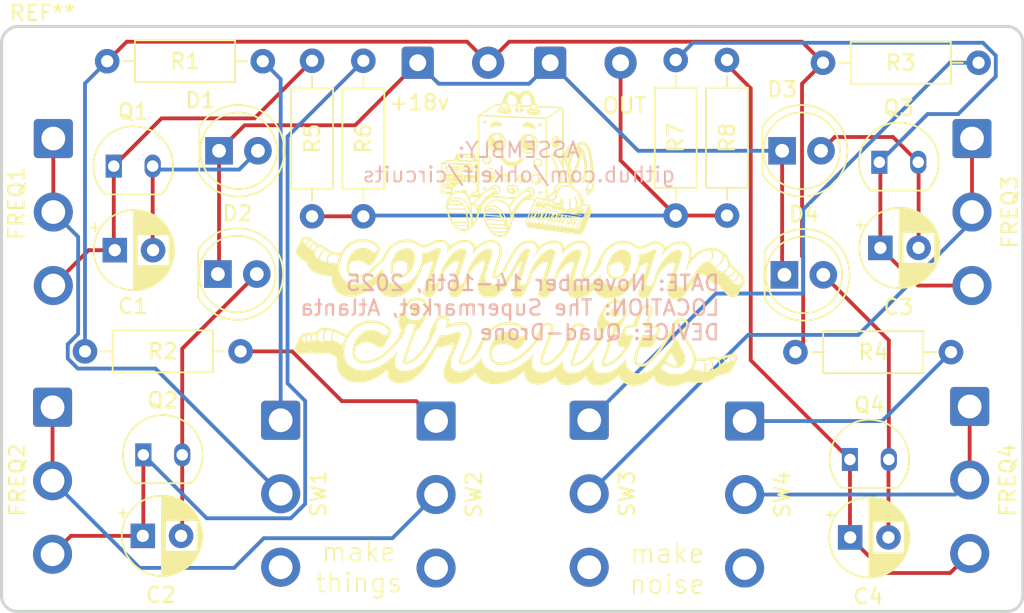
<source format=kicad_pcb>
(kicad_pcb (version 20211014) (generator pcbnew)
  (layers (0 "F.Cu" signal) (31 "B.Cu" signal) (34 "B.Paste" user) (35 "F.Paste" user) (36 "B.SilkS" user "B.Silkscreen") (37 "F.SilkS" user "F.Silkscreen") (38 "B.Mask" user) (39 "F.Mask" user) (44 "Edge.Cuts" user))
  (net 0 "")
  (net 1 "Net-(C1-Pad2)")
  (net 2 "Net-(C1-Pad1)")
  (net 3 "Net-(C2-Pad2)")
  (net 4 "Net-(C2-Pad1)")
  (net 5 "Net-(C3-Pad2)")
  (net 6 "Net-(C3-Pad1)")
  (net 7 "Net-(C4-Pad2)")
  (net 8 "Net-(C4-Pad1)")
  (net 9 "Net-(FREQ1-Pad1)")
  (net 10 "Net-(FREQ2-Pad1)")
  (net 11 "Net-(FREQ3-Pad1)")
  (net 12 "Net-(FREQ4-Pad1)")
  (net 13 "Net-(R1-Pad2)")
  (net 14 "Net-(R2-Pad2)")
  (net 15 "Net-(R3-Pad2)")
  (net 16 "Net-(R4-Pad2)")
  (net 17 "Net-(J1-PadT)")
  (net 18 "GND")
  (net 19 "+9V")
  (footprint "Connector_Wire:SolderWire-0.75sqmm_1x03_P4.8mm_D1.25mm_OD2.3mm" (layer "F.Cu") (at 155.3 57.45 -90)
    (fp_text reference "FREQ1" (at 4.25 2.4 -90) (layer "F.SilkS"))
    (fp_text value "10k" hide)
    (pad "1" thru_hole roundrect (at 0 0 270) (size 2.55 2.55) (drill 1.55) (layers *.Cu *.Mask) (roundrect_rratio 0.09803882353) (net 9 "Net-(FREQ1-Pad1)"))
    (pad "2" thru_hole circle (at 4.8 0 270) (size 2.55 2.55) (drill 1.55) (layers *.Cu *.Mask) (net 9 "Net-(FREQ1-Pad1)"))
    (pad "3" thru_hole circle (at 9.6 0 270) (size 2.55 2.55) (drill 1.55) (layers *.Cu *.Mask) (net 2 "Net-(C1-Pad1)"))
  )
  (footprint "Connector_Wire:SolderWire-0.5sqmm_1x02_P4.6mm_D0.9mm_OD2.1mm" (layer "F.Cu") (at 179.1 52.5)
    (fp_text reference "+18v" (at 0.1 2.6) (layer "F.SilkS"))
    (fp_text value "DC IN" hide)
    (pad "1" thru_hole roundrect (at 0 0) (size 2.1 2.1) (drill 1.1) (layers *.Cu *.Mask) (roundrect_rratio 0.1190480952) (net 18 "GND"))
    (pad "2" thru_hole circle (at 4.6 0) (size 2.1 2.1) (drill 1.1) (layers *.Cu *.Mask) (net 19 "+9V"))
  )
  (footprint "Connector_Wire:SolderWire-0.75sqmm_1x03_P4.8mm_D1.25mm_OD2.3mm" (layer "F.Cu") (at 215.3 57.45 -90)
    (fp_text reference "FREQ3" (at 4.8 -2.47 90) (layer "F.SilkS"))
    (fp_text value "10k" hide)
    (pad "1" thru_hole roundrect (at 0 0 270) (size 2.55 2.55) (drill 1.55) (layers *.Cu *.Mask) (roundrect_rratio 0.09803882353) (net 11 "Net-(FREQ3-Pad1)"))
    (pad "2" thru_hole circle (at 4.8 0 270) (size 2.55 2.55) (drill 1.55) (layers *.Cu *.Mask) (net 11 "Net-(FREQ3-Pad1)"))
    (pad "3" thru_hole circle (at 9.6 0 270) (size 2.55 2.55) (drill 1.55) (layers *.Cu *.Mask) (net 6 "Net-(C3-Pad1)"))
  )
  (footprint "Connector_Wire:SolderWire-0.75sqmm_1x03_P4.8mm_D1.25mm_OD2.3mm" (layer "F.Cu") (at 190.3 75.85 -90)
    (fp_text reference "SW3" (at 4.8 -2.47 90) (layer "F.SilkS"))
    (fp_text value "ON/OFF" hide)
    (pad "1" thru_hole roundrect (at 0 0 270) (size 2.55 2.55) (drill 1.55) (layers *.Cu *.Mask) (roundrect_rratio 0.09803882353) (net 15 "Net-(R3-Pad2)"))
    (pad "2" thru_hole circle (at 4.8 0 270) (size 2.55 2.55) (drill 1.55) (layers *.Cu *.Mask) (net 11 "Net-(FREQ3-Pad1)"))
    (pad "3" thru_hole circle (at 9.6 0 270) (size 2.55 2.55) (drill 1.55) (layers *.Cu *.Mask))
  )
  (footprint "Capacitor_THT:CP_Radial_D5.0mm_P2.50mm" (layer "F.Cu") (at 209.314888 64.59)
    (fp_text reference "C3" (at 1.185112 3.86) (layer "F.SilkS"))
    (fp_text value "4.7uf" hide)
    (pad "1" thru_hole rect (at 0 0) (size 1.6 1.6) (drill 0.8) (layers *.Cu *.Mask) (net 6 "Net-(C3-Pad1)"))
    (pad "2" thru_hole circle (at 2.5 0) (size 1.6 1.6) (drill 0.8) (layers *.Cu *.Mask) (net 5 "Net-(C3-Pad2)"))
  )
  (footprint "Resistor_THT:R_Axial_DIN0207_L6.3mm_D2.5mm_P10.16mm_Horizontal" (layer "F.Cu") (at 205.57 52.5)
    (fp_text reference "R3" (at 5.08 0) (layer "F.SilkS"))
    (fp_text value "1K" hide)
    (pad "1" thru_hole circle (at 0 0) (size 1.6 1.6) (drill 0.8) (layers *.Cu *.Mask) (net 19 "+9V"))
    (pad "2" thru_hole oval (at 10.16 0) (size 1.6 1.6) (drill 0.8) (layers *.Cu *.Mask) (net 15 "Net-(R3-Pad2)"))
  )
  (footprint "Capacitor_THT:CP_Radial_D5.0mm_P2.50mm" (layer "F.Cu") (at 159.314888 64.74)
    (fp_text reference "C1" (at 1.185112 3.66) (layer "F.SilkS"))
    (fp_text value "10uf" hide)
    (pad "1" thru_hole rect (at 0 0) (size 1.6 1.6) (drill 0.8) (layers *.Cu *.Mask) (net 2 "Net-(C1-Pad1)"))
    (pad "2" thru_hole circle (at 2.5 0) (size 1.6 1.6) (drill 0.8) (layers *.Cu *.Mask) (net 1 "Net-(C1-Pad2)"))
  )
  (footprint "Connector_Wire:SolderWire-0.75sqmm_1x03_P4.8mm_D1.25mm_OD2.3mm" (layer "F.Cu") (at 180.3 75.9 -90)
    (fp_text reference "SW2" (at 4.8 -2.47 90) (layer "F.SilkS"))
    (fp_text value "ON/OFF" hide)
    (pad "1" thru_hole roundrect (at 0 0 270) (size 2.55 2.55) (drill 1.55) (layers *.Cu *.Mask) (roundrect_rratio 0.09803882353) (net 14 "Net-(R2-Pad2)"))
    (pad "2" thru_hole circle (at 4.8 0 270) (size 2.55 2.55) (drill 1.55) (layers *.Cu *.Mask) (net 10 "Net-(FREQ2-Pad1)"))
    (pad "3" thru_hole circle (at 9.6 0 270) (size 2.55 2.55) (drill 1.55) (layers *.Cu *.Mask))
  )
  (footprint "Resistor_THT:R_Axial_DIN0207_L6.3mm_D2.5mm_P10.16mm_Horizontal" (layer "F.Cu") (at 158.82 52.4)
    (fp_text reference "R1" (at 5.08 0) (layer "F.SilkS"))
    (fp_text value "1K" hide)
    (pad "1" thru_hole circle (at 0 0) (size 1.6 1.6) (drill 0.8) (layers *.Cu *.Mask) (net 19 "+9V"))
    (pad "2" thru_hole oval (at 10.16 0) (size 1.6 1.6) (drill 0.8) (layers *.Cu *.Mask) (net 13 "Net-(R1-Pad2)"))
  )
  (footprint "MountingHole:MountingHole_2.5mm" (layer "F.Cu") (at 154.6 52.75)
    (fp_text reference "REF**" (at 0 -3.5) (layer "F.SilkS"))
    (fp_text value "MountingHole_2.5mm" hide)
    (pad "" np_thru_hole circle (at 0 0) (size 2.5 2.5) (drill 2.5) (layers *.Cu *.Mask))
  )
  (footprint "Connector_Wire:SolderWire-0.75sqmm_1x03_P4.8mm_D1.25mm_OD2.3mm" (layer "F.Cu") (at 170.15 75.85 -90)
    (fp_text reference "SW1" (at 4.8 -2.47 90) (layer "F.SilkS"))
    (fp_text value "ON/OFF" hide)
    (pad "1" thru_hole roundrect (at 0 0 270) (size 2.55 2.55) (drill 1.55) (layers *.Cu *.Mask) (roundrect_rratio 0.09803882353) (net 13 "Net-(R1-Pad2)"))
    (pad "2" thru_hole circle (at 4.8 0 270) (size 2.55 2.55) (drill 1.55) (layers *.Cu *.Mask) (net 9 "Net-(FREQ1-Pad1)"))
    (pad "3" thru_hole circle (at 9.6 0 270) (size 2.55 2.55) (drill 1.55) (layers *.Cu *.Mask))
  )
  (footprint "a_images:cc_logo_32mm" (layer "F.Cu") (at 185.75 68.75)
    (fp_text reference "G***" hide)
    (fp_text value "LOGO" hide)
  )
  (footprint "Connector_Wire:SolderWire-0.75sqmm_1x03_P4.8mm_D1.25mm_OD2.3mm" (layer "F.Cu") (at 200.45 75.9 -90)
    (fp_text reference "SW4" (at 4.8 -2.47 90) (layer "F.SilkS"))
    (fp_text value "ON/OFF" hide)
    (pad "1" thru_hole roundrect (at 0 0 270) (size 2.55 2.55) (drill 1.55) (layers *.Cu *.Mask) (roundrect_rratio 0.09803882353) (net 16 "Net-(R4-Pad2)"))
    (pad "2" thru_hole circle (at 4.8 0 270) (size 2.55 2.55) (drill 1.55) (layers *.Cu *.Mask) (net 12 "Net-(FREQ4-Pad1)"))
    (pad "3" thru_hole circle (at 9.6 0 270) (size 2.55 2.55) (drill 1.55) (layers *.Cu *.Mask))
  )
  (footprint "Resistor_THT:R_Axial_DIN0207_L6.3mm_D2.5mm_P10.16mm_Horizontal" (layer "F.Cu") (at 157.37 71.35)
    (fp_text reference "R2" (at 5.08 0) (layer "F.SilkS"))
    (fp_text value "1K" hide)
    (pad "1" thru_hole circle (at 0 0) (size 1.6 1.6) (drill 0.8) (layers *.Cu *.Mask) (net 19 "+9V"))
    (pad "2" thru_hole oval (at 10.16 0) (size 1.6 1.6) (drill 0.8) (layers *.Cu *.Mask) (net 14 "Net-(R2-Pad2)"))
  )
  (footprint "Resistor_THT:R_Axial_DIN0207_L6.3mm_D2.5mm_P10.16mm_Horizontal" (layer "F.Cu") (at 172.2 52.37 -90)
    (fp_text reference "R5" (at 5.08 0 -270) (layer "F.SilkS"))
    (fp_text value "100K" hide)
    (pad "1" thru_hole circle (at 0 0 270) (size 1.6 1.6) (drill 0.8) (layers *.Cu *.Mask) (net 2 "Net-(C1-Pad1)"))
    (pad "2" thru_hole oval (at 10.16 0 270) (size 1.6 1.6) (drill 0.8) (layers *.Cu *.Mask) (net 17 "Net-(J1-PadT)"))
  )
  (footprint "Connector_Wire:SolderWire-0.75sqmm_1x03_P4.8mm_D1.25mm_OD2.3mm" (layer "F.Cu") (at 215.15 74.95 -90)
    (fp_text reference "FREQ4" (at 4.8 -2.47 90) (layer "F.SilkS"))
    (fp_text value "10k" hide)
    (pad "1" thru_hole roundrect (at 0 0 270) (size 2.55 2.55) (drill 1.55) (layers *.Cu *.Mask) (roundrect_rratio 0.09803882353) (net 12 "Net-(FREQ4-Pad1)"))
    (pad "2" thru_hole circle (at 4.8 0 270) (size 2.55 2.55) (drill 1.55) (layers *.Cu *.Mask) (net 12 "Net-(FREQ4-Pad1)"))
    (pad "3" thru_hole circle (at 9.6 0 270) (size 2.55 2.55) (drill 1.55) (layers *.Cu *.Mask) (net 8 "Net-(C4-Pad1)"))
  )
  (footprint "a_images:TO-92-2-modified" (layer "F.Cu") (at 159.25 59.25)
    (fp_text reference "Q1" (at 1.27 -3.56) (layer "F.SilkS"))
    (fp_text value "2N3904" hide)
    (pad "1" thru_hole rect (at 0 0) (size 1.05 1.5) (drill 0.75) (layers *.Cu *.Mask) (net 2 "Net-(C1-Pad1)"))
    (pad "3" thru_hole oval (at 2.54 0) (size 1.05 1.5) (drill 0.75) (layers *.Cu *.Mask) (net 1 "Net-(C1-Pad2)"))
  )
  (footprint "Capacitor_THT:CP_Radial_D5.0mm_P2.50mm" (layer "F.Cu") (at 161.144888 83.4)
    (fp_text reference "C2" (at 1.185112 3.86) (layer "F.SilkS"))
    (fp_text value "10uf" hide)
    (pad "1" thru_hole rect (at 0 0) (size 1.6 1.6) (drill 0.8) (layers *.Cu *.Mask) (net 4 "Net-(C2-Pad1)"))
    (pad "2" thru_hole circle (at 2.5 0) (size 1.6 1.6) (drill 0.8) (layers *.Cu *.Mask) (net 3 "Net-(C2-Pad2)"))
  )
  (footprint "Connector_Wire:SolderWire-0.5sqmm_1x02_P4.6mm_D0.9mm_OD2.1mm" (layer "F.Cu") (at 187.75 52.5)
    (fp_text reference "OUT" (at 4.85 2.8) (layer "F.SilkS"))
    (fp_text value "OUT" hide)
    (pad "1" thru_hole roundrect (at 0 0) (size 2.1 2.1) (drill 1.1) (layers *.Cu *.Mask) (roundrect_rratio 0.1190480952) (net 18 "GND"))
    (pad "T" thru_hole circle (at 4.6 0) (size 2.1 2.1) (drill 1.1) (layers *.Cu *.Mask) (net 17 "Net-(J1-PadT)"))
  )
  (footprint "LED_THT:LED_D5.0mm" (layer "F.Cu") (at 166.05 66.3)
    (fp_text reference "D2" (at 1.27 -3.96) (layer "F.SilkS"))
    (fp_text value "LED" hide)
    (pad "1" thru_hole rect (at 0 0) (size 1.8 1.8) (drill 0.9) (layers *.Cu *.Mask) (net 18 "GND"))
    (pad "2" thru_hole circle (at 2.54 0) (size 1.8 1.8) (drill 0.9) (layers *.Cu *.Mask) (net 3 "Net-(C2-Pad2)"))
  )
  (footprint "Resistor_THT:R_Axial_DIN0207_L6.3mm_D2.5mm_P10.16mm_Horizontal" (layer "F.Cu") (at 195.95 52.32 -90)
    (fp_text reference "R7" (at 5.08 0 -270) (layer "F.SilkS"))
    (fp_text value "100K" hide)
    (pad "1" thru_hole circle (at 0 0 270) (size 1.6 1.6) (drill 0.8) (layers *.Cu *.Mask) (net 6 "Net-(C3-Pad1)"))
    (pad "2" thru_hole oval (at 10.16 0 270) (size 1.6 1.6) (drill 0.8) (layers *.Cu *.Mask) (net 17 "Net-(J1-PadT)"))
  )
  (footprint "Resistor_THT:R_Axial_DIN0207_L6.3mm_D2.5mm_P10.16mm_Horizontal" (layer "F.Cu") (at 175.55 52.37 -90)
    (fp_text reference "R6" (at 5.08 0 -270) (layer "F.SilkS"))
    (fp_text value "100K" hide)
    (pad "1" thru_hole circle (at 0 0 270) (size 1.6 1.6) (drill 0.8) (layers *.Cu *.Mask) (net 4 "Net-(C2-Pad1)"))
    (pad "2" thru_hole oval (at 10.16 0 270) (size 1.6 1.6) (drill 0.8) (layers *.Cu *.Mask) (net 17 "Net-(J1-PadT)"))
  )
  (footprint "a_images:TO-92-2-modified" (layer "F.Cu") (at 207.33 78.41)
    (fp_text reference "Q4" (at 1.27 -3.56) (layer "F.SilkS"))
    (fp_text value "2N3904" hide)
    (pad "1" thru_hole rect (at 0 0) (size 1.05 1.5) (drill 0.75) (layers *.Cu *.Mask) (net 8 "Net-(C4-Pad1)"))
    (pad "3" thru_hole oval (at 2.54 0) (size 1.05 1.5) (drill 0.75) (layers *.Cu *.Mask) (net 7 "Net-(C4-Pad2)"))
  )
  (footprint "Resistor_THT:R_Axial_DIN0207_L6.3mm_D2.5mm_P10.16mm_Horizontal" (layer "F.Cu") (at 203.77 71.4)
    (fp_text reference "R4" (at 5.08 0) (layer "F.SilkS"))
    (fp_text value "1K" hide)
    (pad "1" thru_hole circle (at 0 0) (size 1.6 1.6) (drill 0.8) (layers *.Cu *.Mask) (net 19 "+9V"))
    (pad "2" thru_hole oval (at 10.16 0) (size 1.6 1.6) (drill 0.8) (layers *.Cu *.Mask) (net 16 "Net-(R4-Pad2)"))
  )
  (footprint "LED_THT:LED_D5.0mm" (layer "F.Cu") (at 166.125 58.25)
    (fp_text reference "D1" (at -1.225 -3.3) (layer "F.SilkS"))
    (fp_text value "LED" hide)
    (pad "1" thru_hole rect (at 0 0) (size 1.8 1.8) (drill 0.9) (layers *.Cu *.Mask) (net 18 "GND"))
    (pad "2" thru_hole circle (at 2.54 0) (size 1.8 1.8) (drill 0.9) (layers *.Cu *.Mask) (net 1 "Net-(C1-Pad2)"))
  )
  (footprint "a_images:TO-92-2-modified" (layer "F.Cu") (at 161.18 78.11)
    (fp_text reference "Q2" (at 1.27 -3.56) (layer "F.SilkS"))
    (fp_text value "2N3904" hide)
    (pad "1" thru_hole rect (at 0 0) (size 1.05 1.5) (drill 0.75) (layers *.Cu *.Mask) (net 4 "Net-(C2-Pad1)"))
    (pad "3" thru_hole oval (at 2.54 0) (size 1.05 1.5) (drill 0.75) (layers *.Cu *.Mask) (net 3 "Net-(C2-Pad2)"))
  )
  (footprint "Resistor_THT:R_Axial_DIN0207_L6.3mm_D2.5mm_P10.16mm_Horizontal" (layer "F.Cu") (at 199.3 52.32 -90)
    (fp_text reference "R8" (at 5.08 0 -270) (layer "F.SilkS"))
    (fp_text value "100K" hide)
    (pad "1" thru_hole circle (at 0 0 270) (size 1.6 1.6) (drill 0.8) (layers *.Cu *.Mask) (net 8 "Net-(C4-Pad1)"))
    (pad "2" thru_hole oval (at 10.16 0 270) (size 1.6 1.6) (drill 0.8) (layers *.Cu *.Mask) (net 17 "Net-(J1-PadT)"))
  )
  (footprint "LED_THT:LED_D5.0mm" (layer "F.Cu") (at 203.05 66.35)
    (fp_text reference "D4" (at 1.27 -3.96) (layer "F.SilkS"))
    (fp_text value "LED" hide)
    (pad "1" thru_hole rect (at 0 0) (size 1.8 1.8) (drill 0.9) (layers *.Cu *.Mask) (net 18 "GND"))
    (pad "2" thru_hole circle (at 2.54 0) (size 1.8 1.8) (drill 0.9) (layers *.Cu *.Mask) (net 7 "Net-(C4-Pad2)"))
  )
  (footprint "Connector_Wire:SolderWire-0.75sqmm_1x03_P4.8mm_D1.25mm_OD2.3mm" (layer "F.Cu") (at 155.25 75 -90)
    (fp_text reference "FREQ2" (at 4.75 2.3 90) (layer "F.SilkS"))
    (fp_text value "10k" hide)
    (pad "1" thru_hole roundrect (at 0 0 270) (size 2.55 2.55) (drill 1.55) (layers *.Cu *.Mask) (roundrect_rratio 0.09803882353) (net 10 "Net-(FREQ2-Pad1)"))
    (pad "2" thru_hole circle (at 4.8 0 270) (size 2.55 2.55) (drill 1.55) (layers *.Cu *.Mask) (net 10 "Net-(FREQ2-Pad1)"))
    (pad "3" thru_hole circle (at 9.6 0 270) (size 2.55 2.55) (drill 1.55) (layers *.Cu *.Mask) (net 4 "Net-(C2-Pad1)"))
  )
  (footprint "Capacitor_THT:CP_Radial_D5.0mm_P2.50mm" (layer "F.Cu") (at 207.344888 83.5)
    (fp_text reference "C4" (at 1.185112 3.86) (layer "F.SilkS"))
    (fp_text value "2.2uf" hide)
    (pad "1" thru_hole rect (at 0 0) (size 1.6 1.6) (drill 0.8) (layers *.Cu *.Mask) (net 8 "Net-(C4-Pad1)"))
    (pad "2" thru_hole circle (at 2.5 0) (size 1.6 1.6) (drill 0.8) (layers *.Cu *.Mask) (net 7 "Net-(C4-Pad2)"))
  )
  (footprint "LED_THT:LED_D5.0mm" (layer "F.Cu") (at 202.9 58.25)
    (fp_text reference "D3" (at 0 -4) (layer "F.SilkS"))
    (fp_text value "LED" hide)
    (pad "1" thru_hole rect (at 0 0) (size 1.8 1.8) (drill 0.9) (layers *.Cu *.Mask) (net 18 "GND"))
    (pad "2" thru_hole circle (at 2.54 0) (size 1.8 1.8) (drill 0.9) (layers *.Cu *.Mask) (net 5 "Net-(C3-Pad2)"))
  )
  (footprint "a_images:TO-92-2-modified" (layer "F.Cu") (at 209.25 59)
    (fp_text reference "Q3" (at 1.27 -3.56) (layer "F.SilkS"))
    (fp_text value "2N3904" hide)
    (pad "1" thru_hole rect (at 0 0) (size 1.05 1.5) (drill 0.75) (layers *.Cu *.Mask) (net 6 "Net-(C3-Pad1)"))
    (pad "3" thru_hole oval (at 2.54 0) (size 1.05 1.5) (drill 0.75) (layers *.Cu *.Mask) (net 5 "Net-(C3-Pad2)"))
  )
  (footprint "a_images:Untitled" (layer "F.Cu") (at 185.6 59.1)
    (fp_text reference "G***" hide)
    (fp_text value "LOGO" hide)
  )
  (gr_arc (start 151.91893 51.249718) (mid 152.1985 50.495336) (end 152.915318 50.130065) (layer "Edge.Cuts") (width 0.2))
  (gr_line (start 218.61893 87.3844) (end 218.615318 51.130065) (layer "Edge.Cuts") (width 0.2))
  (gr_arc (start 218.61893 87.3844) (mid 218.3 88.05) (end 217.61893 88.3344) (layer "Edge.Cuts") (width 0.2))
  (gr_arc (start 152.96893 88.3344) (mid 152.238865 88.049718) (end 151.91893 87.3344) (layer "Edge.Cuts") (width 0.2))
  (gr_line (start 152.96893 88.3344) (end 217.61893 88.3344) (layer "Edge.Cuts") (width 0.2))
  (gr_line (start 217.565318 50.130065) (end 152.915318 50.130065) (layer "Edge.Cuts") (width 0.2))
  (gr_line (start 151.91893 87.3344) (end 151.91893 51.249718) (layer "Edge.Cuts") (width 0.2))
  (gr_arc (start 217.565318 50.130065) (mid 218.295383 50.414747) (end 218.615318 51.130065) (layer "Edge.Cuts") (width 0.2))
  (gr_text "DATE: November 14-16th, 2025\nLOCATION: The Supermarket, Atlanta\nDEVICE: Quad-Drone" (at 198.9 68.5) (layer "B.SilkS") (effects (font (size 1 1)) (justify left mirror)))
  (gr_text "ASSEMBLY:\ngithub.com/ohkeif/circuits" (at 185.7 59) (layer "B.SilkS") (effects (font (size 1 1) (thickness 0.125)) (justify mirror)))
  (gr_text "make\nnoise" (at 195.4 85.55) (layer "F.SilkS") (effects (font (size 1.25 1.25) (thickness 0.12))))
  (gr_text "make\nthings" (at 175.25 85.45) (layer "F.SilkS") (effects (font (size 1.25 1.25) (thickness 0.12))))
  (segment (start 161.79 64.715112) (end 161.814888 64.74) (width 0.25) (layer "F.Cu") (net 1))
  (segment (start 161.79 59.25) (end 161.79 64.715112) (width 0.25) (layer "F.Cu") (net 1))
  (segment (start 167.440489 59.474511) (end 168.665 58.25) (width 0.25) (layer "B.Cu") (net 1))
  (segment (start 161.79 59.25) (end 162.014511 59.474511) (width 0.25) (layer "B.Cu") (net 1))
  (segment (start 162.014511 59.474511) (end 167.440489 59.474511) (width 0.25) (layer "B.Cu") (net 1))
  (segment (start 157.61 64.74) (end 155.3 67.05) (width 0.25) (layer "F.Cu") (net 2))
  (segment (start 159.314888 64.74) (end 157.61 64.74) (width 0.25) (layer "F.Cu") (net 2))
  (segment (start 162.36818 56.13182) (end 168.43818 56.13182) (width 0.25) (layer "F.Cu") (net 2))
  (segment (start 159.25 59.25) (end 162.36818 56.13182) (width 0.25) (layer "F.Cu") (net 2))
  (segment (start 159.25 59.25) (end 159.25 64.675112) (width 0.25) (layer "F.Cu") (net 2))
  (segment (start 168.43818 56.13182) (end 172.2 52.37) (width 0.25) (layer "F.Cu") (net 2))
  (segment (start 159.25 64.675112) (end 159.314888 64.74) (width 0.25) (layer "F.Cu") (net 2))
  (segment (start 168.59 66.3) (end 163.72 71.17) (width 0.25) (layer "F.Cu") (net 3))
  (segment (start 163.72 78.11) (end 163.72 83.324888) (width 0.25) (layer "F.Cu") (net 3))
  (segment (start 163.72 71.17) (end 163.72 78.11) (width 0.25) (layer "F.Cu") (net 3))
  (segment (start 163.72 83.324888) (end 163.644888 83.4) (width 0.25) (layer "F.Cu") (net 3))
  (segment (start 161.18 78.11) (end 161.18 83.364888) (width 0.25) (layer "F.Cu") (net 4))
  (segment (start 161.18 83.364888) (end 161.144888 83.4) (width 0.25) (layer "F.Cu") (net 4))
  (segment (start 156.45 83.4) (end 155.25 84.6) (width 0.25) (layer "F.Cu") (net 4))
  (segment (start 161.144888 83.4) (end 156.45 83.4) (width 0.25) (layer "F.Cu") (net 4))
  (segment (start 171.74952 81.312531) (end 170.81254 82.249511) (width 0.25) (layer "B.Cu") (net 4))
  (segment (start 175.55 52.37) (end 170.59952 57.32048) (width 0.25) (layer "B.Cu") (net 4))
  (segment (start 170.59952 57.32048) (end 170.59952 73.437026) (width 0.25) (layer "B.Cu") (net 4))
  (segment (start 170.81254 82.249511) (end 165.319511 82.249511) (width 0.25) (layer "B.Cu") (net 4))
  (segment (start 165.319511 82.249511) (end 161.18 78.11) (width 0.25) (layer "B.Cu") (net 4))
  (segment (start 171.74952 74.587026) (end 171.74952 81.312531) (width 0.25) (layer "B.Cu") (net 4))
  (segment (start 170.59952 73.437026) (end 171.74952 74.587026) (width 0.25) (layer "B.Cu") (net 4))
  (segment (start 206.34 57.35) (end 210.14 57.35) (width 0.25) (layer "F.Cu") (net 5))
  (segment (start 205.44 58.25) (end 206.34 57.35) (width 0.25) (layer "F.Cu") (net 5))
  (segment (start 211.814888 59.024888) (end 211.79 59) (width 0.25) (layer "F.Cu") (net 5))
  (segment (start 211.814888 64.59) (end 211.814888 59.024888) (width 0.25) (layer "F.Cu") (net 5))
  (segment (start 210.14 57.35) (end 211.79 59) (width 0.25) (layer "F.Cu") (net 5))
  (segment (start 209.45 59.05) (end 209.314888 59.185112) (width 0.25) (layer "F.Cu") (net 6))
  (segment (start 209.25 59) (end 209.3 59.05) (width 0.25) (layer "F.Cu") (net 6))
  (segment (start 209.314888 59.185112) (end 209.314888 64.59) (width 0.25) (layer "F.Cu") (net 6))
  (segment (start 211.774888 67.05) (end 215.3 67.05) (width 0.25) (layer "F.Cu") (net 6))
  (segment (start 209.3 59.05) (end 209.45 59.05) (width 0.25) (layer "F.Cu") (net 6))
  (segment (start 209.314888 64.59) (end 211.774888 67.05) (width 0.25) (layer "F.Cu") (net 6))
  (segment (start 216.015789 51.195489) (end 197.074511 51.195489) (width 0.25) (layer "B.Cu") (net 6))
  (segment (start 214.39952 55.85048) (end 216.854511 53.395489) (width 0.25) (layer "B.Cu") (net 6))
  (segment (start 212.39952 55.85048) (end 214.39952 55.85048) (width 0.25) (layer "B.Cu") (net 6))
  (segment (start 216.854511 53.395489) (end 216.854511 52.034211) (width 0.25) (layer "B.Cu") (net 6))
  (segment (start 216.854511 52.034211) (end 216.015789 51.195489) (width 0.25) (layer "B.Cu") (net 6))
  (segment (start 209.25 59) (end 212.39952 55.85048) (width 0.25) (layer "B.Cu") (net 6))
  (segment (start 197.074511 51.195489) (end 195.95 52.32) (width 0.25) (layer "B.Cu") (net 6))
  (segment (start 209.844888 78.435112) (end 209.87 78.41) (width 0.25) (layer "F.Cu") (net 7))
  (segment (start 209.87 78.41) (end 209.87 70.63) (width 0.25) (layer "F.Cu") (net 7))
  (segment (start 209.844888 83.5) (end 209.844888 78.435112) (width 0.25) (layer "F.Cu") (net 7))
  (segment (start 209.87 70.63) (end 205.59 66.35) (width 0.25) (layer "F.Cu") (net 7))
  (segment (start 213.875 85.825) (end 215.15 84.55) (width 0.25) (layer "F.Cu") (net 8))
  (segment (start 207.344888 83.5) (end 209.669888 85.825) (width 0.25) (layer "F.Cu") (net 8))
  (segment (start 209.669888 85.825) (end 213.875 85.825) (width 0.25) (layer "F.Cu") (net 8))
  (segment (start 200.85 54.17) (end 200.85 71.93) (width 0.25) (layer "F.Cu") (net 8))
  (segment (start 207.33 83.485112) (end 207.344888 83.5) (width 0.25) (layer "F.Cu") (net 8))
  (segment (start 199.2 52.52) (end 200.85 54.17) (width 0.25) (layer "F.Cu") (net 8))
  (segment (start 200.85 71.93) (end 207.33 78.41) (width 0.25) (layer "F.Cu") (net 8))
  (segment (start 207.33 78.41) (end 207.33 83.485112) (width 0.25) (layer "F.Cu") (net 8))
  (segment (start 155.3 57.45) (end 155.3 62.25) (width 0.25) (layer "F.Cu") (net 9))
  (segment (start 170.15 80.65) (end 161.974511 72.474511) (width 0.25) (layer "B.Cu") (net 9))
  (segment (start 156.245489 71.815789) (end 156.245489 70.884211) (width 0.25) (layer "B.Cu") (net 9))
  (segment (start 161.974511 72.474511) (end 156.904211 72.474511) (width 0.25) (layer "B.Cu") (net 9))
  (segment (start 156.92048 63.87048) (end 155.3 62.25) (width 0.25) (layer "B.Cu") (net 9))
  (segment (start 156.904211 72.474511) (end 156.245489 71.815789) (width 0.25) (layer "B.Cu") (net 9))
  (segment (start 156.92048 70.20922) (end 156.92048 63.87048) (width 0.25) (layer "B.Cu") (net 9))
  (segment (start 156.245489 70.884211) (end 156.92048 70.20922) (width 0.25) (layer "B.Cu") (net 9))
  (segment (start 155.25 75) (end 155.25 79.8) (width 0.25) (layer "F.Cu") (net 10))
  (segment (start 169.05 83.55) (end 177.45 83.55) (width 0.25) (layer "B.Cu") (net 10))
  (segment (start 155.25 79.8) (end 160.942594 85.492594) (width 0.25) (layer "B.Cu") (net 10))
  (segment (start 160.942594 85.492594) (end 167.107406 85.492594) (width 0.25) (layer "B.Cu") (net 10))
  (segment (start 167.107406 85.492594) (end 169.05 83.55) (width 0.25) (layer "B.Cu") (net 10))
  (segment (start 177.45 83.55) (end 180.3 80.7) (width 0.25) (layer "B.Cu") (net 10))
  (segment (start 215.3 57.45) (end 215.3 62.25) (width 0.25) (layer "F.Cu") (net 11))
  (segment (start 190.3 80.65) (end 200.674511 70.275489) (width 0.25) (layer "B.Cu") (net 11))
  (segment (start 207.874511 70.275489) (end 215.3 62.85) (width 0.25) (layer "B.Cu") (net 11))
  (segment (start 215.3 62.85) (end 215.3 62.25) (width 0.25) (layer "B.Cu") (net 11))
  (segment (start 200.674511 70.275489) (end 207.874511 70.275489) (width 0.25) (layer "B.Cu") (net 11))
  (segment (start 215.15 74.95) (end 215.15 79.75) (width 0.25) (layer "F.Cu") (net 12))
  (segment (start 214.2 80.7) (end 215.15 79.75) (width 0.25) (layer "B.Cu") (net 12))
  (segment (start 200.45 80.7) (end 214.2 80.7) (width 0.25) (layer "B.Cu") (net 12))
  (segment (start 170.15 53.57) (end 170.15 75.85) (width 0.25) (layer "B.Cu") (net 13))
  (segment (start 168.98 52.4) (end 170.15 53.57) (width 0.25) (layer "B.Cu") (net 13))
  (segment (start 170.9 71.35) (end 167.53 71.35) (width 0.25) (layer "F.Cu") (net 14))
  (segment (start 174.15 74.6) (end 170.9 71.35) (width 0.25) (layer "F.Cu") (net 14))
  (segment (start 180.3 75.9) (end 179 74.6) (width 0.25) (layer "F.Cu") (net 14))
  (segment (start 179 74.6) (end 174.15 74.6) (width 0.25) (layer "F.Cu") (net 14))
  (segment (start 213.855085 52.5) (end 215.73 52.5) (width 0.25) (layer "B.Cu") (net 15))
  (segment (start 190.3 75.85) (end 198.575489 67.574511) (width 0.25) (layer "B.Cu") (net 15))
  (segment (start 198.575489 67.574511) (end 204.274511 67.574511) (width 0.25) (layer "B.Cu") (net 15))
  (segment (start 204.274511 62.080574) (end 213.855085 52.5) (width 0.25) (layer "B.Cu") (net 15))
  (segment (start 204.274511 67.574511) (end 204.274511 62.080574) (width 0.25) (layer "B.Cu") (net 15))
  (segment (start 213.93 71.4) (end 209.43 75.9) (width 0.25) (layer "B.Cu") (net 16))
  (segment (start 209.43 75.9) (end 200.45 75.9) (width 0.25) (layer "B.Cu") (net 16))
  (segment (start 195.95 62.48) (end 199.3 62.48) (width 0.25) (layer "F.Cu") (net 17))
  (segment (start 172 62.53) (end 175.35 62.53) (width 0.25) (layer "F.Cu") (net 17))
  (segment (start 192.35 58.88) (end 195.95 62.48) (width 0.25) (layer "F.Cu") (net 17))
  (segment (start 192.35 52.5) (end 192.35 58.88) (width 0.25) (layer "F.Cu") (net 17))
  (segment (start 195.95 62.48) (end 175.6 62.48) (width 0.25) (layer "B.Cu") (net 17))
  (segment (start 175.6 62.48) (end 175.55 62.53) (width 0.25) (layer "B.Cu") (net 17))
  (segment (start 202.9 66.2) (end 203.05 66.35) (width 0.25) (layer "F.Cu") (net 18))
  (segment (start 166.125 66.225) (end 166.05 66.3) (width 0.25) (layer "F.Cu") (net 18))
  (segment (start 166.125 58.25) (end 166.125 66.225) (width 0.25) (layer "F.Cu") (net 18))
  (segment (start 202.9 58.25) (end 202.9 66.2) (width 0.25) (layer "F.Cu") (net 18))
  (segment (start 167.79366 56.58134) (end 166.125 58.25) (width 0.25) (layer "F.Cu") (net 18))
  (segment (start 175.01866 56.58134) (end 167.79366 56.58134) (width 0.25) (layer "F.Cu") (net 18))
  (segment (start 179.1 52.5) (end 175.01866 56.58134) (width 0.25) (layer "F.Cu") (net 18))
  (segment (start 179.1 52.5) (end 180.474511 53.874511) (width 0.25) (layer "B.Cu") (net 18))
  (segment (start 180.474511 53.874511) (end 186.375489 53.874511) (width 0.25) (layer "B.Cu") (net 18))
  (segment (start 187.75 52.5) (end 193.5 58.25) (width 0.25) (layer "B.Cu") (net 18))
  (segment (start 193.5 58.25) (end 202.9 58.25) (width 0.25) (layer "B.Cu") (net 18))
  (segment (start 186.375489 53.874511) (end 187.75 52.5) (width 0.25) (layer "B.Cu") (net 18))
  (segment (start 204.19548 51.12548) (end 185.07452 51.12548) (width 0.25) (layer "F.Cu") (net 19))
  (segment (start 204.274511 70.895489) (end 204.274511 65.2) (width 0.25) (layer "F.Cu") (net 19))
  (segment (start 204.274511 65.2) (end 204.2 65.125489) (width 0.25) (layer "F.Cu") (net 19))
  (segment (start 205.57 52.5) (end 204.19548 51.12548) (width 0.25) (layer "F.Cu") (net 19))
  (segment (start 204.2 65.125489) (end 204.2 53.87) (width 0.25) (layer "F.Cu") (net 19))
  (segment (start 183.7 52.5) (end 182.32548 51.12548) (width 0.25) (layer "F.Cu") (net 19))
  (segment (start 160.09452 51.12548) (end 158.82 52.4) (width 0.25) (layer "F.Cu") (net 19))
  (segment (start 182.32548 51.12548) (end 160.09452 51.12548) (width 0.25) (layer "F.Cu") (net 19))
  (segment (start 204.2 53.87) (end 205.57 52.5) (width 0.25) (layer "F.Cu") (net 19))
  (segment (start 203.77 71.4) (end 204.274511 70.895489) (width 0.25) (layer "F.Cu") (net 19))
  (segment (start 185.07452 51.12548) (end 183.7 52.5) (width 0.25) (layer "F.Cu") (net 19))
  (segment (start 157.37 53.85) (end 157.37 71.35) (width 0.25) (layer "B.Cu") (net 19))
  (segment (start 158.82 52.4) (end 157.37 53.85) (width 0.25) (layer "B.Cu") (net 19))
)
</source>
